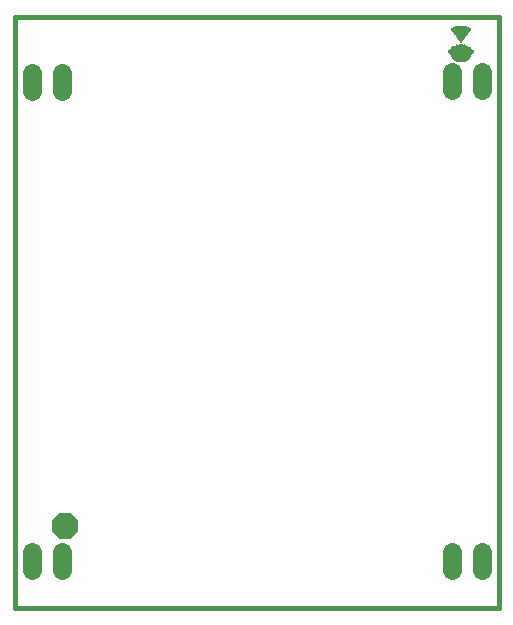
<source format=gbs>
G75*
%MOIN*%
%OFA0B0*%
%FSLAX24Y24*%
%IPPOS*%
%LPD*%
%AMOC8*
5,1,8,0,0,1.08239X$1,22.5*
%
%ADD10C,0.0160*%
%ADD11R,0.0312X0.0004*%
%ADD12R,0.0344X0.0004*%
%ADD13R,0.0368X0.0004*%
%ADD14R,0.0392X0.0004*%
%ADD15R,0.0408X0.0004*%
%ADD16R,0.0424X0.0004*%
%ADD17R,0.0432X0.0004*%
%ADD18R,0.0448X0.0004*%
%ADD19R,0.0456X0.0004*%
%ADD20R,0.0472X0.0004*%
%ADD21R,0.0480X0.0004*%
%ADD22R,0.0488X0.0004*%
%ADD23R,0.0496X0.0004*%
%ADD24R,0.0504X0.0004*%
%ADD25R,0.0512X0.0004*%
%ADD26R,0.0520X0.0004*%
%ADD27R,0.0528X0.0004*%
%ADD28R,0.0536X0.0004*%
%ADD29R,0.0536X0.0004*%
%ADD30R,0.0544X0.0004*%
%ADD31R,0.0552X0.0004*%
%ADD32R,0.0560X0.0004*%
%ADD33R,0.0560X0.0004*%
%ADD34R,0.0568X0.0004*%
%ADD35R,0.0576X0.0004*%
%ADD36R,0.0584X0.0004*%
%ADD37R,0.0592X0.0004*%
%ADD38R,0.0592X0.0004*%
%ADD39R,0.0600X0.0004*%
%ADD40R,0.0608X0.0004*%
%ADD41R,0.0608X0.0004*%
%ADD42R,0.0616X0.0004*%
%ADD43R,0.0624X0.0004*%
%ADD44R,0.0632X0.0004*%
%ADD45R,0.0632X0.0004*%
%ADD46R,0.0640X0.0004*%
%ADD47R,0.0648X0.0004*%
%ADD48R,0.0648X0.0004*%
%ADD49R,0.0656X0.0004*%
%ADD50R,0.0664X0.0004*%
%ADD51R,0.0664X0.0004*%
%ADD52R,0.0672X0.0004*%
%ADD53R,0.0680X0.0004*%
%ADD54R,0.0680X0.0004*%
%ADD55R,0.0688X0.0004*%
%ADD56R,0.0696X0.0004*%
%ADD57R,0.0700X0.0004*%
%ADD58R,0.0708X0.0004*%
%ADD59R,0.0716X0.0004*%
%ADD60R,0.0720X0.0004*%
%ADD61R,0.0720X0.0004*%
%ADD62R,0.0724X0.0004*%
%ADD63R,0.0808X0.0004*%
%ADD64R,0.0824X0.0004*%
%ADD65R,0.0832X0.0004*%
%ADD66R,0.0840X0.0004*%
%ADD67R,0.0848X0.0004*%
%ADD68R,0.0856X0.0004*%
%ADD69R,0.0860X0.0004*%
%ADD70R,0.0864X0.0004*%
%ADD71R,0.0864X0.0004*%
%ADD72R,0.0868X0.0004*%
%ADD73R,0.0872X0.0004*%
%ADD74R,0.0872X0.0004*%
%ADD75R,0.0860X0.0004*%
%ADD76R,0.0832X0.0004*%
%ADD77R,0.0824X0.0004*%
%ADD78R,0.0708X0.0004*%
%ADD79R,0.0712X0.0004*%
%ADD80R,0.0712X0.0004*%
%ADD81R,0.0700X0.0004*%
%ADD82R,0.0696X0.0004*%
%ADD83R,0.0692X0.0004*%
%ADD84R,0.0668X0.0004*%
%ADD85R,0.0660X0.0004*%
%ADD86R,0.0452X0.0004*%
%ADD87R,0.0188X0.0004*%
%ADD88R,0.0448X0.0004*%
%ADD89R,0.0440X0.0004*%
%ADD90R,0.0184X0.0004*%
%ADD91R,0.0432X0.0004*%
%ADD92R,0.0184X0.0004*%
%ADD93R,0.0424X0.0004*%
%ADD94R,0.0412X0.0004*%
%ADD95R,0.0128X0.0004*%
%ADD96R,0.0044X0.0004*%
%ADD97R,0.0400X0.0004*%
%ADD98R,0.0008X0.0004*%
%ADD99R,0.0388X0.0004*%
%ADD100R,0.0132X0.0004*%
%ADD101R,0.0360X0.0004*%
%ADD102R,0.0136X0.0004*%
%ADD103R,0.0340X0.0004*%
%ADD104R,0.0140X0.0004*%
%ADD105R,0.0328X0.0004*%
%ADD106R,0.0144X0.0004*%
%ADD107R,0.0324X0.0004*%
%ADD108R,0.0148X0.0004*%
%ADD109R,0.0320X0.0004*%
%ADD110R,0.0156X0.0004*%
%ADD111R,0.0316X0.0004*%
%ADD112R,0.0176X0.0004*%
%ADD113R,0.0080X0.0004*%
%ADD114R,0.0052X0.0004*%
%ADD115R,0.0380X0.0004*%
%ADD116R,0.0372X0.0004*%
%ADD117R,0.0356X0.0004*%
%ADD118R,0.0004X0.0004*%
%ADD119R,0.0308X0.0004*%
%ADD120R,0.0060X0.0004*%
%ADD121R,0.0240X0.0004*%
%ADD122R,0.0232X0.0004*%
%ADD123R,0.0044X0.0004*%
%ADD124R,0.0164X0.0004*%
%ADD125R,0.0056X0.0004*%
%ADD126R,0.0036X0.0004*%
%ADD127R,0.0156X0.0004*%
%ADD128R,0.0048X0.0004*%
%ADD129R,0.0024X0.0004*%
%ADD130R,0.0036X0.0004*%
%ADD131R,0.0016X0.0004*%
%ADD132R,0.0028X0.0004*%
%ADD133R,0.0012X0.0004*%
%ADD134R,0.0124X0.0004*%
%ADD135R,0.0108X0.0004*%
%ADD136R,0.0008X0.0004*%
%ADD137R,0.0092X0.0004*%
%ADD138R,0.0068X0.0004*%
%ADD139R,0.0008X0.0004*%
%ADD140R,0.0016X0.0004*%
%ADD141R,0.0024X0.0004*%
%ADD142R,0.0032X0.0004*%
%ADD143R,0.0032X0.0004*%
%ADD144R,0.0040X0.0004*%
%ADD145R,0.0056X0.0004*%
%ADD146R,0.0064X0.0004*%
%ADD147R,0.0072X0.0004*%
%ADD148R,0.0088X0.0004*%
%ADD149R,0.0096X0.0004*%
%ADD150R,0.0104X0.0004*%
%ADD151R,0.0112X0.0004*%
%ADD152R,0.0120X0.0004*%
%ADD153R,0.0124X0.0004*%
%ADD154R,0.0128X0.0004*%
%ADD155R,0.0144X0.0004*%
%ADD156R,0.0152X0.0004*%
%ADD157R,0.0152X0.0004*%
%ADD158R,0.0160X0.0004*%
%ADD159R,0.0168X0.0004*%
%ADD160R,0.0176X0.0004*%
%ADD161R,0.0184X0.0004*%
%ADD162R,0.0192X0.0004*%
%ADD163R,0.0200X0.0004*%
%ADD164R,0.0208X0.0004*%
%ADD165R,0.0216X0.0004*%
%ADD166R,0.0216X0.0004*%
%ADD167R,0.0224X0.0004*%
%ADD168R,0.0232X0.0004*%
%ADD169R,0.0240X0.0004*%
%ADD170R,0.0248X0.0004*%
%ADD171R,0.0256X0.0004*%
%ADD172R,0.0264X0.0004*%
%ADD173R,0.0272X0.0004*%
%ADD174R,0.0280X0.0004*%
%ADD175R,0.0288X0.0004*%
%ADD176R,0.0296X0.0004*%
%ADD177R,0.0304X0.0004*%
%ADD178R,0.0320X0.0004*%
%ADD179R,0.0328X0.0004*%
%ADD180R,0.0336X0.0004*%
%ADD181R,0.0336X0.0004*%
%ADD182R,0.0200X0.0004*%
%ADD183R,0.0128X0.0004*%
%ADD184R,0.0204X0.0004*%
%ADD185R,0.0216X0.0004*%
%ADD186R,0.0228X0.0004*%
%ADD187R,0.0416X0.0004*%
%ADD188R,0.0424X0.0004*%
%ADD189R,0.0428X0.0004*%
%ADD190R,0.0304X0.0004*%
%ADD191R,0.0180X0.0004*%
%ADD192R,0.0112X0.0004*%
%ADD193R,0.0176X0.0004*%
%ADD194R,0.0112X0.0004*%
%ADD195R,0.0132X0.0004*%
%ADD196R,0.0116X0.0004*%
%ADD197R,0.0332X0.0004*%
%ADD198R,0.0336X0.0004*%
%ADD199R,0.0480X0.0004*%
%ADD200R,0.0496X0.0004*%
%ADD201R,0.0512X0.0004*%
%ADD202R,0.0544X0.0004*%
%ADD203R,0.0208X0.0004*%
%ADD204R,0.0356X0.0004*%
%ADD205R,0.0208X0.0004*%
%ADD206R,0.0364X0.0004*%
%ADD207R,0.0212X0.0004*%
%ADD208R,0.0368X0.0004*%
%ADD209R,0.0220X0.0004*%
%ADD210R,0.0600X0.0004*%
%ADD211R,0.0356X0.0004*%
%ADD212R,0.0228X0.0004*%
%ADD213R,0.0236X0.0004*%
%ADD214R,0.0360X0.0004*%
%ADD215R,0.0368X0.0004*%
%ADD216R,0.0244X0.0004*%
%ADD217R,0.0252X0.0004*%
%ADD218R,0.0376X0.0004*%
%ADD219R,0.0672X0.0004*%
%ADD220R,0.0624X0.0004*%
%ADD221R,0.0596X0.0004*%
%ADD222R,0.0552X0.0004*%
%ADD223R,0.0456X0.0004*%
%ADD224R,0.0384X0.0004*%
%ADD225R,0.0352X0.0004*%
%ADD226R,0.0188X0.0004*%
%ADD227R,0.0108X0.0004*%
%ADD228C,0.0640*%
%ADD229OC8,0.0890*%
D10*
X000208Y000180D02*
X016349Y000180D01*
X016349Y019865D01*
X000208Y019865D01*
X000208Y000180D01*
D11*
X015088Y018382D03*
X015084Y018894D03*
X015088Y019194D03*
X015088Y019198D03*
D12*
X015088Y018386D03*
D13*
X015088Y018390D03*
D14*
X015088Y018394D03*
X015112Y018878D03*
D15*
X015088Y019258D03*
X015088Y019262D03*
X015088Y019518D03*
X015088Y018398D03*
D16*
X015088Y018402D03*
D17*
X015088Y018406D03*
X015088Y019278D03*
X015088Y019514D03*
D18*
X015088Y018410D03*
D19*
X015088Y018414D03*
D20*
X015088Y018418D03*
D21*
X015088Y018422D03*
X015088Y019506D03*
D22*
X015088Y019314D03*
X015088Y018426D03*
D23*
X015088Y018430D03*
D24*
X015088Y018434D03*
X015088Y019326D03*
D25*
X015088Y019498D03*
X015088Y018438D03*
D26*
X015088Y018442D03*
X015088Y019334D03*
X015088Y019338D03*
D27*
X015088Y019342D03*
X015088Y018446D03*
D28*
X015088Y018450D03*
D29*
X015088Y018454D03*
X015088Y019346D03*
X015088Y019494D03*
D30*
X015088Y019354D03*
X015088Y018458D03*
D31*
X015088Y018462D03*
X015088Y019358D03*
D32*
X015088Y019362D03*
X015088Y018466D03*
D33*
X015088Y018470D03*
D34*
X015088Y018474D03*
X015088Y019366D03*
X015088Y019486D03*
D35*
X015088Y018482D03*
X015088Y018478D03*
D36*
X015088Y018486D03*
X015088Y019482D03*
D37*
X015088Y018490D03*
D38*
X015088Y018494D03*
D39*
X015088Y018498D03*
X015088Y018502D03*
D40*
X015088Y018506D03*
X015088Y019474D03*
D41*
X015088Y018510D03*
D42*
X015088Y018514D03*
X015088Y018518D03*
D43*
X015088Y018522D03*
X015088Y018526D03*
D44*
X015088Y018530D03*
D45*
X015088Y018534D03*
X015088Y019466D03*
D46*
X015088Y018542D03*
X015088Y018538D03*
D47*
X015088Y018546D03*
X015088Y018554D03*
X015088Y019462D03*
D48*
X015088Y018550D03*
D49*
X015088Y018558D03*
X015088Y018562D03*
X015088Y019426D03*
X015088Y019458D03*
D50*
X015088Y019454D03*
X015088Y019434D03*
X015088Y018566D03*
D51*
X015088Y018570D03*
X015088Y019430D03*
D52*
X015088Y019438D03*
X015084Y018806D03*
X015088Y018582D03*
X015088Y018578D03*
X015088Y018574D03*
D53*
X015088Y018586D03*
X015088Y018802D03*
X015088Y019442D03*
X015088Y019446D03*
D54*
X015088Y018590D03*
D55*
X015088Y018594D03*
X015088Y018598D03*
X015088Y018798D03*
D56*
X015088Y018606D03*
X015088Y018602D03*
D57*
X015086Y018610D03*
D58*
X015086Y018614D03*
X015086Y018618D03*
D59*
X015086Y018622D03*
X015086Y018626D03*
D60*
X015088Y018630D03*
D61*
X015088Y018634D03*
D62*
X015090Y018638D03*
D63*
X015088Y018642D03*
X015088Y018734D03*
D64*
X015088Y018646D03*
D65*
X015088Y018650D03*
D66*
X015088Y018654D03*
X015088Y018722D03*
D67*
X015088Y018718D03*
X015088Y018658D03*
D68*
X015088Y018662D03*
X015088Y018714D03*
D69*
X015090Y018666D03*
D70*
X015088Y018670D03*
D71*
X015088Y018674D03*
X015088Y018702D03*
X015088Y018706D03*
D72*
X015090Y018698D03*
X015090Y018682D03*
X015090Y018678D03*
D73*
X015088Y018686D03*
X015088Y018694D03*
D74*
X015088Y018690D03*
D75*
X015090Y018710D03*
D76*
X015088Y018726D03*
D77*
X015088Y018730D03*
D78*
X015098Y018766D03*
X015094Y018778D03*
D79*
X015096Y018770D03*
D80*
X015096Y018774D03*
D81*
X015094Y018782D03*
X015094Y018786D03*
D82*
X015092Y018790D03*
D83*
X015090Y018794D03*
D84*
X015082Y018810D03*
D85*
X015082Y018814D03*
X015082Y018818D03*
D86*
X014982Y018822D03*
D87*
X015314Y018838D03*
X015318Y018826D03*
X015318Y018822D03*
D88*
X014980Y018826D03*
D89*
X014980Y018830D03*
D90*
X015316Y018830D03*
D91*
X014980Y018834D03*
D92*
X015316Y018834D03*
D93*
X014976Y018838D03*
D94*
X014974Y018842D03*
D95*
X015276Y018846D03*
X015280Y018842D03*
X015196Y019218D03*
X015200Y019222D03*
D96*
X015386Y018842D03*
D97*
X014972Y018846D03*
X015088Y019254D03*
D98*
X015088Y018994D03*
X015404Y018846D03*
D99*
X014970Y018850D03*
D100*
X015270Y018850D03*
X014926Y019290D03*
D101*
X014976Y019378D03*
X014960Y018854D03*
D102*
X015088Y018922D03*
X015088Y019078D03*
X015208Y019238D03*
X015268Y018854D03*
D103*
X014954Y018858D03*
D104*
X015210Y019242D03*
X015262Y018858D03*
D105*
X014956Y018862D03*
X015020Y019298D03*
D106*
X015256Y018862D03*
D107*
X014958Y018866D03*
D108*
X015086Y018918D03*
X015250Y018866D03*
D109*
X014964Y018870D03*
X015088Y019530D03*
D110*
X015206Y019250D03*
X015242Y018870D03*
D111*
X014970Y018874D03*
D112*
X015224Y018874D03*
D113*
X015088Y019038D03*
X015088Y019042D03*
X014860Y018878D03*
D114*
X014862Y018882D03*
X014962Y018906D03*
D115*
X015110Y018882D03*
D116*
X015106Y018886D03*
D117*
X015102Y018890D03*
X014982Y019370D03*
D118*
X015254Y018894D03*
D119*
X015082Y018898D03*
D120*
X014962Y018902D03*
D121*
X015116Y018902D03*
X015088Y019146D03*
X014888Y019414D03*
X015088Y019538D03*
D122*
X014900Y019394D03*
X014896Y019398D03*
X015116Y018906D03*
D123*
X014958Y018910D03*
D124*
X015086Y018910D03*
D125*
X015200Y018910D03*
D126*
X014958Y018914D03*
D127*
X015086Y018914D03*
D128*
X015088Y019018D03*
X015204Y018914D03*
D129*
X014956Y018918D03*
D130*
X015086Y018942D03*
X015206Y018918D03*
D131*
X015212Y018926D03*
X014956Y018922D03*
D132*
X015210Y018922D03*
D133*
X014954Y018926D03*
D134*
X015086Y018926D03*
X014930Y019282D03*
X015262Y019306D03*
D135*
X015086Y018930D03*
D136*
X015216Y018930D03*
D137*
X015086Y018934D03*
D138*
X015086Y018938D03*
D139*
X015088Y018990D03*
D140*
X015088Y018998D03*
D141*
X015088Y019002D03*
D142*
X015088Y019006D03*
D143*
X015088Y019010D03*
D144*
X015088Y019014D03*
D145*
X015088Y019022D03*
X015088Y019026D03*
D146*
X015088Y019030D03*
D147*
X015088Y019034D03*
D148*
X015088Y019046D03*
D149*
X015088Y019050D03*
D150*
X015088Y019054D03*
X015088Y019058D03*
D151*
X015088Y019062D03*
D152*
X015088Y019066D03*
X015264Y019302D03*
D153*
X015086Y019070D03*
D154*
X015088Y019074D03*
X015204Y019226D03*
X015208Y019234D03*
X014928Y019286D03*
D155*
X015088Y019082D03*
X015208Y019246D03*
D156*
X015088Y019086D03*
D157*
X015088Y019090D03*
D158*
X015088Y019094D03*
D159*
X015088Y019098D03*
X015088Y019102D03*
D160*
X015088Y019106D03*
D161*
X015088Y019110D03*
D162*
X015088Y019114D03*
X015088Y019118D03*
D163*
X015088Y019122D03*
X015016Y019218D03*
X015012Y019222D03*
X015008Y019226D03*
D164*
X015004Y019238D03*
X015088Y019126D03*
D165*
X015088Y019130D03*
D166*
X015088Y019134D03*
D167*
X015088Y019138D03*
D168*
X015088Y019142D03*
X014892Y019406D03*
D169*
X015088Y019150D03*
D170*
X015088Y019154D03*
D171*
X015088Y019158D03*
D172*
X015088Y019162D03*
X015088Y019166D03*
D173*
X015088Y019170D03*
D174*
X015088Y019174D03*
X015088Y019534D03*
D175*
X015088Y019182D03*
X015088Y019178D03*
D176*
X015088Y019186D03*
D177*
X015088Y019190D03*
D178*
X015088Y019202D03*
D179*
X015088Y019206D03*
D180*
X015088Y019210D03*
D181*
X015088Y019214D03*
D182*
X015008Y019230D03*
D183*
X015204Y019230D03*
D184*
X015274Y019374D03*
X015006Y019234D03*
D185*
X015004Y019242D03*
X015004Y019246D03*
D186*
X015006Y019250D03*
D187*
X015088Y019266D03*
D188*
X015088Y019270D03*
D189*
X015090Y019274D03*
D190*
X015156Y019282D03*
D191*
X015098Y019286D03*
X015094Y019294D03*
D192*
X015256Y019286D03*
X015260Y019294D03*
D193*
X015096Y019290D03*
D194*
X015260Y019290D03*
D195*
X014926Y019294D03*
D196*
X015262Y019298D03*
D197*
X015018Y019302D03*
D198*
X015020Y019306D03*
D199*
X015088Y019310D03*
D200*
X015088Y019318D03*
X015088Y019322D03*
X015088Y019502D03*
D201*
X015088Y019330D03*
D202*
X015088Y019350D03*
D203*
X015268Y019370D03*
D204*
X015218Y019398D03*
X015218Y019402D03*
X014978Y019374D03*
D205*
X015276Y019378D03*
D206*
X014974Y019382D03*
D207*
X015278Y019382D03*
D208*
X014976Y019386D03*
D209*
X015274Y019386D03*
D210*
X015088Y019390D03*
D211*
X015214Y019394D03*
X015222Y019406D03*
D212*
X014894Y019402D03*
D213*
X014890Y019410D03*
D214*
X015224Y019410D03*
D215*
X015224Y019414D03*
X015224Y019418D03*
D216*
X014890Y019418D03*
D217*
X014890Y019422D03*
D218*
X015224Y019422D03*
D219*
X015088Y019450D03*
D220*
X015088Y019470D03*
D221*
X015090Y019478D03*
D222*
X015088Y019490D03*
D223*
X015088Y019510D03*
D224*
X015088Y019522D03*
D225*
X015088Y019526D03*
D226*
X015086Y019542D03*
D227*
X015090Y019546D03*
D228*
X014778Y018040D02*
X014778Y017440D01*
X015778Y017440D02*
X015778Y018040D01*
X015788Y002035D02*
X015788Y001435D01*
X014788Y001435D02*
X014788Y002035D01*
X001783Y002040D02*
X001783Y001440D01*
X000783Y001440D02*
X000783Y002040D01*
X000788Y017420D02*
X000788Y018020D01*
X001788Y018020D02*
X001788Y017420D01*
D229*
X001889Y002897D03*
M02*

</source>
